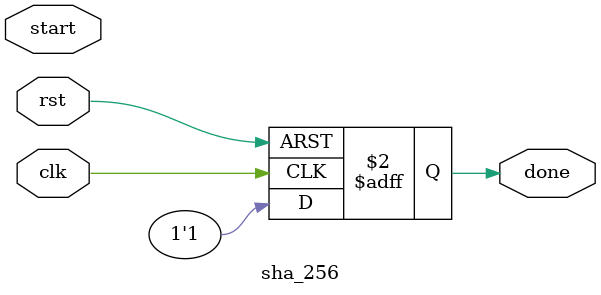
<source format=v>
`timescale 1ns / 1ps
module sha_256(
    input wire clk,
    input wire rst,
    input wire start,
    output reg done
);

always @(posedge clk or posedge rst) begin
    if (rst)
        done <= 0;
    else
        done <= 1;  // dummy done signal
end

endmodule


</source>
